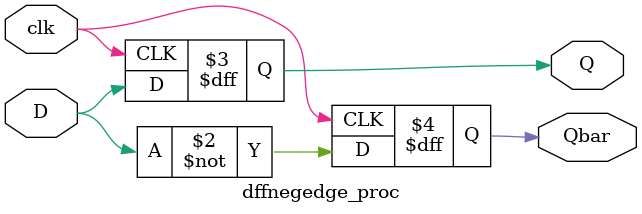
<source format=v>

module dffnegedge_proc (D,clk,Q,Qbar);
input D,clk;
output reg Q,Qbar;

always @(negedge clk)
 begin
  Q = D;
  Qbar = ~D;
 end

endmodule

</source>
